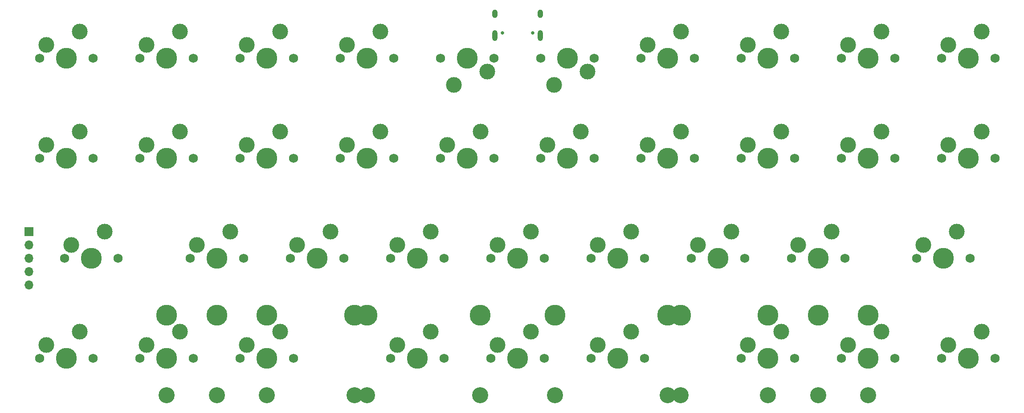
<source format=gts>
%TF.GenerationSoftware,KiCad,Pcbnew,7.0.6*%
%TF.CreationDate,2023-10-22T23:34:03-04:00*%
%TF.ProjectId,good-delivery-alpha-stagger,676f6f64-2d64-4656-9c69-766572792d61,rev?*%
%TF.SameCoordinates,PX2d6b3a0PY7e9ae4e*%
%TF.FileFunction,Soldermask,Top*%
%TF.FilePolarity,Negative*%
%FSLAX46Y46*%
G04 Gerber Fmt 4.6, Leading zero omitted, Abs format (unit mm)*
G04 Created by KiCad (PCBNEW 7.0.6) date 2023-10-22 23:34:03*
%MOMM*%
%LPD*%
G01*
G04 APERTURE LIST*
%ADD10C,1.750000*%
%ADD11C,3.000000*%
%ADD12C,3.987800*%
%ADD13C,3.048000*%
%ADD14R,1.700000X1.700000*%
%ADD15O,1.700000X1.700000*%
%ADD16C,0.650000*%
%ADD17O,1.000000X1.600000*%
%ADD18O,1.000000X2.100000*%
G04 APERTURE END LIST*
D10*
%TO.C,MX11*%
X33019952Y28575168D03*
D11*
X34289952Y31115168D03*
D12*
X38099952Y28575168D03*
D11*
X40639952Y33655168D03*
D10*
X43179952Y28575168D03*
%TD*%
%TO.C,MX33*%
X147320048Y28575247D03*
D11*
X148590048Y31115247D03*
D12*
X152400048Y28575247D03*
D11*
X154940048Y33655247D03*
D10*
X157480048Y28575247D03*
%TD*%
%TO.C,MX21*%
X99695040Y47625263D03*
D11*
X100965040Y50165263D03*
D12*
X104775040Y47625263D03*
D11*
X107315040Y52705263D03*
D10*
X109855040Y47625263D03*
%TD*%
%TO.C,MX3*%
X9207432Y28575168D03*
D11*
X10477432Y31115168D03*
D12*
X14287432Y28575168D03*
D11*
X16827432Y33655168D03*
D10*
X19367432Y28575168D03*
%TD*%
%TO.C,MX7*%
X23495040Y47625263D03*
D11*
X24765040Y50165263D03*
D12*
X28575040Y47625263D03*
D11*
X31115040Y52705263D03*
D10*
X33655040Y47625263D03*
%TD*%
%TO.C,MX8*%
X23495024Y9525168D03*
D11*
X24765024Y12065168D03*
D12*
X28575024Y9525168D03*
D11*
X31115024Y14605168D03*
D10*
X33655024Y9525168D03*
%TD*%
%TO.C,MX12*%
X42545024Y9525168D03*
D11*
X43815024Y12065168D03*
D12*
X47625024Y9525168D03*
D11*
X50165024Y14605168D03*
D10*
X52705024Y9525168D03*
%TD*%
%TO.C,MX15*%
X52070048Y28575247D03*
D11*
X53340048Y31115247D03*
D12*
X57150048Y28575247D03*
D11*
X59690048Y33655247D03*
D10*
X62230048Y28575247D03*
%TD*%
%TO.C,MX24*%
X118745024Y66675168D03*
D11*
X120015024Y69215168D03*
D12*
X123825024Y66675168D03*
D11*
X126365024Y71755168D03*
D10*
X128905024Y66675168D03*
%TD*%
D12*
%TO.C,MX27*%
X102362024Y17780168D03*
D13*
X102362024Y2540168D03*
D10*
X109220024Y9525168D03*
D11*
X110490024Y12065168D03*
D12*
X114300024Y9525168D03*
D11*
X116840024Y14605168D03*
D10*
X119380024Y9525168D03*
D12*
X126238024Y17780168D03*
D13*
X126238024Y2540168D03*
%TD*%
D10*
%TO.C,MX6*%
X23495024Y66675168D03*
D11*
X24765024Y69215168D03*
D12*
X28575024Y66675168D03*
D11*
X31115024Y71755168D03*
D10*
X33655024Y66675168D03*
%TD*%
%TO.C,MX14*%
X61595040Y47625263D03*
D11*
X62865040Y50165263D03*
D12*
X66675040Y47625263D03*
D11*
X69215040Y52705263D03*
D10*
X71755040Y47625263D03*
%TD*%
%TO.C,MX37*%
X171132568Y28575247D03*
D11*
X172402568Y31115247D03*
D12*
X176212568Y28575247D03*
D11*
X178752568Y33655247D03*
D10*
X181292568Y28575247D03*
%TD*%
%TO.C,MX29*%
X137795040Y47625263D03*
D11*
X139065040Y50165263D03*
D12*
X142875040Y47625263D03*
D11*
X145415040Y52705263D03*
D10*
X147955040Y47625263D03*
%TD*%
%TO.C,MX16*%
X90805024Y66675168D03*
D11*
X89535024Y64135168D03*
D12*
X85725024Y66675168D03*
D11*
X83185024Y61595168D03*
D10*
X80645024Y66675168D03*
%TD*%
%TO.C,MX17*%
X80645040Y47625263D03*
D11*
X81915040Y50165263D03*
D12*
X85725040Y47625263D03*
D11*
X88265040Y52705263D03*
D10*
X90805040Y47625263D03*
%TD*%
%TO.C,MX13*%
X61595024Y66675168D03*
D11*
X62865024Y69215168D03*
D12*
X66675024Y66675168D03*
D11*
X69215024Y71755168D03*
D10*
X71755024Y66675168D03*
%TD*%
D12*
%TO.C,MX23*%
X28575240Y17780024D03*
D13*
X28575240Y2540024D03*
D12*
X38100240Y17780024D03*
D13*
X38100240Y2540024D03*
D12*
X47625240Y17780024D03*
D13*
X47625240Y2540024D03*
D12*
X66675240Y17780024D03*
D13*
X66675240Y2540024D03*
D10*
X90170240Y9525024D03*
D11*
X91440240Y12065024D03*
D12*
X95250240Y9525024D03*
D11*
X97790240Y14605024D03*
D10*
X100330240Y9525024D03*
D12*
X123825240Y17780024D03*
D13*
X123825240Y2540024D03*
D12*
X142875240Y17780024D03*
D13*
X142875240Y2540024D03*
D12*
X152400240Y17780024D03*
D13*
X152400240Y2540024D03*
D12*
X161925240Y17780024D03*
D13*
X161925240Y2540024D03*
%TD*%
D10*
%TO.C,MX26*%
X109220048Y28575247D03*
D11*
X110490048Y31115247D03*
D12*
X114300048Y28575247D03*
D11*
X116840048Y33655247D03*
D10*
X119380048Y28575247D03*
%TD*%
%TO.C,MX18*%
X71120048Y28575247D03*
D11*
X72390048Y31115247D03*
D12*
X76200048Y28575247D03*
D11*
X78740048Y33655247D03*
D10*
X81280048Y28575247D03*
%TD*%
%TO.C,MX38*%
X175895024Y9525168D03*
D11*
X177165024Y12065168D03*
D12*
X180975024Y9525168D03*
D11*
X183515024Y14605168D03*
D10*
X186055024Y9525168D03*
%TD*%
%TO.C,MX2*%
X4444928Y47625263D03*
D11*
X5714928Y50165263D03*
D12*
X9524928Y47625263D03*
D11*
X12064928Y52705263D03*
D10*
X14604928Y47625263D03*
%TD*%
%TO.C,MX35*%
X175895024Y66675168D03*
D11*
X177165024Y69215168D03*
D12*
X180975024Y66675168D03*
D11*
X183515024Y71755168D03*
D10*
X186055024Y66675168D03*
%TD*%
%TO.C,MX5*%
X156845056Y47625263D03*
D11*
X158115056Y50165263D03*
D12*
X161925056Y47625263D03*
D11*
X164465056Y52705263D03*
D10*
X167005056Y47625263D03*
%TD*%
%TO.C,MX1*%
X4445024Y66675168D03*
D11*
X5715024Y69215168D03*
D12*
X9525024Y66675168D03*
D11*
X12065024Y71755168D03*
D10*
X14605024Y66675168D03*
%TD*%
D14*
%TO.C,J2*%
X2381172Y33650247D03*
D15*
X2381172Y31110247D03*
X2381172Y28570247D03*
X2381172Y26030247D03*
X2381172Y23490247D03*
%TD*%
D10*
%TO.C,MX36*%
X175895072Y47625263D03*
D11*
X177165072Y50165263D03*
D12*
X180975072Y47625263D03*
D11*
X183515072Y52705263D03*
D10*
X186055072Y47625263D03*
%TD*%
%TO.C,MX28*%
X137795024Y66675168D03*
D11*
X139065024Y69215168D03*
D12*
X142875024Y66675168D03*
D11*
X145415024Y71755168D03*
D10*
X147955024Y66675168D03*
%TD*%
D12*
%TO.C,MX19*%
X64262024Y17780168D03*
D13*
X64262024Y2540168D03*
D10*
X71120024Y9525168D03*
D11*
X72390024Y12065168D03*
D12*
X76200024Y9525168D03*
D11*
X78740024Y14605168D03*
D10*
X81280024Y9525168D03*
D12*
X88138024Y17780168D03*
D13*
X88138024Y2540168D03*
%TD*%
D10*
%TO.C,MX4*%
X4445024Y9525168D03*
D11*
X5715024Y12065168D03*
D12*
X9525024Y9525168D03*
D11*
X12065024Y14605168D03*
D10*
X14605024Y9525168D03*
%TD*%
%TO.C,MX32*%
X156845024Y66675168D03*
D11*
X158115024Y69215168D03*
D12*
X161925024Y66675168D03*
D11*
X164465024Y71755168D03*
D10*
X167005024Y66675168D03*
%TD*%
%TO.C,MX31*%
X137795024Y9525168D03*
D11*
X139065024Y12065168D03*
D12*
X142875024Y9525168D03*
D11*
X145415024Y14605168D03*
D10*
X147955024Y9525168D03*
%TD*%
%TO.C,MX9*%
X42545024Y66675168D03*
D11*
X43815024Y69215168D03*
D12*
X47625024Y66675168D03*
D11*
X50165024Y71755168D03*
D10*
X52705024Y66675168D03*
%TD*%
%TO.C,MX34*%
X156845024Y9525168D03*
D11*
X158115024Y12065168D03*
D12*
X161925024Y9525168D03*
D11*
X164465024Y14605168D03*
D10*
X167005024Y9525168D03*
%TD*%
%TO.C,MX22*%
X90170048Y28575247D03*
D11*
X91440048Y31115247D03*
D12*
X95250048Y28575247D03*
D11*
X97790048Y33655247D03*
D10*
X100330048Y28575247D03*
%TD*%
%TO.C,MX30*%
X128270048Y28575247D03*
D11*
X129540048Y31115247D03*
D12*
X133350048Y28575247D03*
D11*
X135890048Y33655247D03*
D10*
X138430048Y28575247D03*
%TD*%
%TO.C,MX20*%
X109855024Y66675168D03*
D11*
X108585024Y64135168D03*
D12*
X104775024Y66675168D03*
D11*
X102235024Y61595168D03*
D10*
X99695024Y66675168D03*
%TD*%
%TO.C,MX10*%
X42545040Y47625263D03*
D11*
X43815040Y50165263D03*
D12*
X47625040Y47625263D03*
D11*
X50165040Y52705263D03*
D10*
X52705040Y47625263D03*
%TD*%
%TO.C,MX25*%
X118745040Y47625263D03*
D11*
X120015040Y50165263D03*
D12*
X123825040Y47625263D03*
D11*
X126365040Y52705263D03*
D10*
X128905040Y47625263D03*
%TD*%
D16*
%TO.C,J3*%
X92360240Y71516593D03*
X98140240Y71516593D03*
D17*
X90930240Y75166593D03*
D18*
X90930240Y70986593D03*
D17*
X99570240Y75166593D03*
D18*
X99570240Y70986593D03*
%TD*%
M02*

</source>
